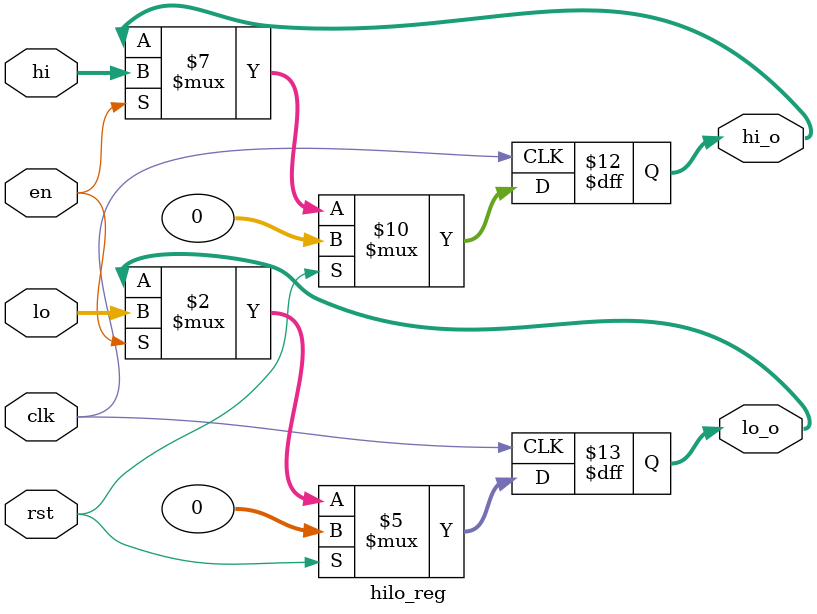
<source format=v>
`timescale 1ns / 1ps


module hilo_reg(
    input wire clk,rst,en,
    input wire [31:0] hi,lo,
    output reg [31:0] hi_o,lo_o
    );
    
    always @ (negedge clk)
    begin
    if(rst) begin
        hi_o <= 0;
        lo_o <= 0;
    end else if (en) begin
        hi_o <= hi;
        lo_o <= lo;
    end
    end
endmodule

</source>
